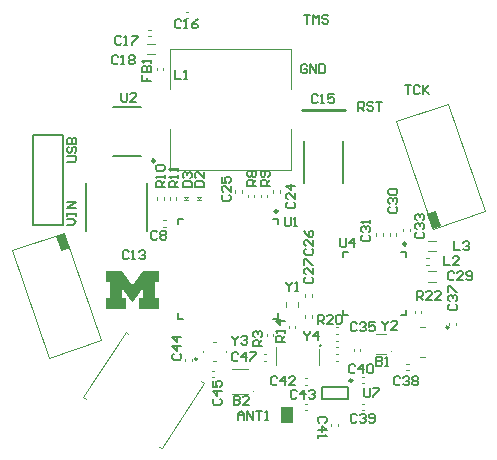
<source format=gto>
%FSLAX24Y24*%
%MOIN*%
G70*
G01*
G75*
G04 Layer_Color=65535*
%ADD10C,0.0080*%
%ADD11R,0.0650X0.1122*%
%ADD12R,0.0354X0.0118*%
G04:AMPARAMS|DCode=13|XSize=29.9mil|YSize=50mil|CornerRadius=0mil|HoleSize=0mil|Usage=FLASHONLY|Rotation=327.000|XOffset=0mil|YOffset=0mil|HoleType=Round|Shape=Rectangle|*
%AMROTATEDRECTD13*
4,1,4,-0.0262,-0.0128,0.0011,0.0291,0.0262,0.0128,-0.0011,-0.0291,-0.0262,-0.0128,0.0*
%
%ADD13ROTATEDRECTD13*%

%ADD14R,0.2598X0.2598*%
%ADD15O,0.0354X0.0098*%
%ADD16O,0.0098X0.0354*%
%ADD17O,0.0098X0.0335*%
%ADD18O,0.0335X0.0098*%
%ADD19R,0.1417X0.1417*%
G04:AMPARAMS|DCode=20|XSize=50mil|YSize=100mil|CornerRadius=0mil|HoleSize=0mil|Usage=FLASHONLY|Rotation=56.000|XOffset=0mil|YOffset=0mil|HoleType=Round|Shape=Rectangle|*
%AMROTATEDRECTD20*
4,1,4,0.0275,-0.0487,-0.0554,0.0072,-0.0275,0.0487,0.0554,-0.0072,0.0275,-0.0487,0.0*
%
%ADD20ROTATEDRECTD20*%

%ADD21R,0.0276X0.0079*%
%ADD22R,0.0157X0.0236*%
%ADD23R,0.0591X0.1024*%
%ADD24R,0.0236X0.0157*%
%ADD25R,0.0138X0.0217*%
%ADD26R,0.0335X0.0118*%
%ADD27R,0.0197X0.0315*%
%ADD28R,0.0551X0.0453*%
%ADD29R,0.0197X0.0354*%
%ADD30R,0.0394X0.0197*%
%ADD31R,0.0374X0.0335*%
%ADD32R,0.2126X0.0374*%
%ADD33R,0.1378X0.0768*%
%ADD34R,0.0984X0.1260*%
G04:AMPARAMS|DCode=35|XSize=28.7mil|YSize=135mil|CornerRadius=0mil|HoleSize=0mil|Usage=FLASHONLY|Rotation=108.600|XOffset=0mil|YOffset=0mil|HoleType=Round|Shape=Rectangle|*
%AMROTATEDRECTD35*
4,1,4,0.0686,0.0079,-0.0594,-0.0352,-0.0686,-0.0079,0.0594,0.0352,0.0686,0.0079,0.0*
%
%ADD35ROTATEDRECTD35*%

%ADD36C,0.0130*%
%ADD37C,0.0060*%
%ADD38C,0.0200*%
%ADD39C,0.0100*%
%ADD40C,0.0300*%
%ADD41C,0.0123*%
%ADD42C,0.0630*%
%ADD43R,0.0591X0.0591*%
%ADD44C,0.0591*%
%ADD45C,0.0217*%
%ADD46C,0.0315*%
%ADD47C,0.0200*%
%ADD48C,0.0400*%
%ADD49C,0.0300*%
%ADD50C,0.0220*%
%ADD51R,0.0354X0.0157*%
%ADD52O,0.0315X0.0098*%
%ADD53O,0.0098X0.0315*%
%ADD54R,0.1299X0.1299*%
G04:AMPARAMS|DCode=55|XSize=189mil|YSize=236.2mil|CornerRadius=0mil|HoleSize=0mil|Usage=FLASHONLY|Rotation=237.000|XOffset=0mil|YOffset=0mil|HoleType=Round|Shape=Rectangle|*
%AMROTATEDRECTD55*
4,1,4,-0.0476,0.1436,0.1505,0.0149,0.0476,-0.1436,-0.1505,-0.0149,-0.0476,0.1436,0.0*
%
%ADD55ROTATEDRECTD55*%

G04:AMPARAMS|DCode=56|XSize=15.7mil|YSize=31.5mil|CornerRadius=0mil|HoleSize=0mil|Usage=FLASHONLY|Rotation=237.000|XOffset=0mil|YOffset=0mil|HoleType=Round|Shape=Round|*
%AMOVALD56*
21,1,0.0157,0.0157,0.0000,0.0000,327.0*
1,1,0.0157,-0.0066,0.0043*
1,1,0.0157,0.0066,-0.0043*
%
%ADD56OVALD56*%

%ADD57R,0.1102X0.0492*%
%ADD58R,0.0157X0.0532*%
%ADD59R,0.0748X0.0630*%
%ADD60R,0.0630X0.0551*%
%ADD61R,0.0354X0.0197*%
%ADD62C,0.0150*%
%ADD63C,0.0098*%
%ADD64C,0.0039*%
%ADD65C,0.0079*%
%ADD66C,0.0050*%
%ADD67R,0.0433X0.0551*%
G04:AMPARAMS|DCode=68|XSize=54mil|YSize=31.5mil|CornerRadius=0mil|HoleSize=0mil|Usage=FLASHONLY|Rotation=108.600|XOffset=0mil|YOffset=0mil|HoleType=Round|Shape=Rectangle|*
%AMROTATEDRECTD68*
4,1,4,0.0236,-0.0205,-0.0063,-0.0306,-0.0236,0.0205,0.0063,0.0306,0.0236,-0.0205,0.0*
%
%ADD68ROTATEDRECTD68*%

G36*
X-2975Y-1695D02*
X-3113D01*
Y-2242D01*
X-2975D01*
Y-2605D01*
X-3654D01*
Y-2242D01*
X-3516D01*
Y-1914D01*
X-3859Y-2386D01*
X-3882D01*
X-4218Y-1914D01*
Y-2242D01*
X-4080D01*
Y-2605D01*
X-4760D01*
Y-2242D01*
X-4627D01*
Y-1695D01*
X-4760D01*
Y-1332D01*
X-4221D01*
X-3876Y-1810D01*
X-3859D01*
X-3513Y-1332D01*
X-2975D01*
Y-1695D01*
D02*
G37*
D39*
X2396Y-3826D02*
G03*
X2396Y-3826I-14J0D01*
G01*
X6655Y-3218D02*
G03*
X6655Y-3218I-28J0D01*
G01*
X-1711Y-4274D02*
G03*
X-1711Y-4274I-31J0D01*
G01*
X1791Y4032D02*
X3209D01*
D63*
X-3125Y2335D02*
G03*
X-3125Y2335I-49J0D01*
G01*
X972Y652D02*
G03*
X972Y652I-49J0D01*
G01*
X5255Y-432D02*
G03*
X5255Y-432I-49J0D01*
G01*
X3459Y-4985D02*
G03*
X3459Y-4985I-49J0D01*
G01*
D64*
X4777Y-4019D02*
G03*
X4777Y-4019I-20J0D01*
G01*
X156Y-5358D02*
G03*
X156Y-5358I-20J0D01*
G01*
X-5515Y-5552D02*
X-5425Y-5611D01*
X-2985Y-7196D02*
X-2896Y-7253D01*
X-1481Y-5074D01*
X-1569Y-5017D02*
X-1481Y-5074D01*
X-5515Y-5552D02*
X-4100Y-3373D01*
X-4009Y-3432D01*
X4241Y-3433D02*
X4596D01*
X4241Y-4102D02*
X4596D01*
X2902Y-3876D02*
X2981D01*
X2902Y-3660D02*
X2981D01*
X1879Y-5976D02*
X1958D01*
X1879Y-5760D02*
X1958D01*
X2977Y-6507D02*
Y-6428D01*
X2760Y-6507D02*
Y-6428D01*
X3779Y-5976D02*
X3858D01*
X3779Y-5760D02*
X3858D01*
X1879Y-4910D02*
X1958D01*
X1879Y-5126D02*
X1958D01*
X3779Y-5076D02*
X3858D01*
X3779Y-4860D02*
X3858D01*
X-538Y-4604D02*
X-26D01*
X-538Y-5431D02*
X-26D01*
X521Y-4328D02*
X599D01*
X521Y-4112D02*
X599D01*
X827Y-3507D02*
Y-3428D01*
X610Y-3507D02*
Y-3428D01*
X2339Y-4465D02*
Y-3924D01*
X901Y-4465D02*
Y-3875D01*
X2902Y-4326D02*
X2981D01*
X2902Y-4110D02*
X2981D01*
X5255Y-4647D02*
X5334D01*
X5255Y-4431D02*
X5334D01*
X5702Y-3208D02*
X5898D01*
X5702Y-4192D02*
X5898D01*
X6692Y-3139D02*
Y-3061D01*
X6908Y-3139D02*
Y-3061D01*
X5758Y-2739D02*
Y-2661D01*
X5542Y-2739D02*
Y-2661D01*
X5981Y-1350D02*
X6256D01*
X5981Y-1695D02*
X6256D01*
X5929Y-910D02*
X6008D01*
X5929Y-1126D02*
X6008D01*
X5981Y-685D02*
X6256D01*
X5981Y-341D02*
X6256D01*
X4260Y-157D02*
Y-78D01*
X4477Y-157D02*
Y-78D01*
X4710Y-157D02*
Y-78D01*
X4927Y-157D02*
Y-78D01*
X5160Y-7D02*
Y72D01*
X5377Y-7D02*
Y72D01*
X2108Y-2189D02*
Y-2111D01*
X1892Y-2189D02*
Y-2111D01*
X1253Y-2529D02*
Y-2371D01*
X1647Y-2529D02*
Y-2371D01*
X1892Y-2889D02*
Y-2811D01*
X2108Y-2889D02*
Y-2811D01*
X1560Y-3241D02*
Y-3162D01*
X1344Y-3241D02*
Y-3162D01*
X-1221Y-4660D02*
X-1142D01*
X-1221Y-4876D02*
X-1142D01*
X-2108Y-4339D02*
Y-4261D01*
X-1892Y-4339D02*
Y-4261D01*
X-1181Y-4333D02*
X-1082D01*
X-738Y-4028D02*
Y-4008D01*
X-1181Y-3703D02*
X-1082D01*
X-1525Y-4028D02*
Y-4008D01*
X-2822Y1041D02*
Y1119D01*
X-3038Y1041D02*
Y1119D01*
X-2402Y1041D02*
Y1119D01*
X-2618Y1041D02*
Y1119D01*
X-2159Y1031D02*
X-2021D01*
X-2090Y1060D02*
X-2021Y1129D01*
X-2159D02*
X-2090Y1060D01*
X-2159Y1129D02*
X-2021D01*
X-1729Y1031D02*
X-1591D01*
X-1660Y1060D02*
X-1591Y1129D01*
X-1729D02*
X-1660Y1060D01*
X-1729Y1129D02*
X-1591D01*
X-2839Y142D02*
X-2761D01*
X-2839Y358D02*
X-2761D01*
X-438Y1271D02*
Y1349D01*
X-222Y1271D02*
Y1349D01*
X188Y1131D02*
Y1209D01*
X-28Y1131D02*
Y1209D01*
X628Y1131D02*
Y1209D01*
X412Y1131D02*
Y1209D01*
X822Y1271D02*
Y1349D01*
X1038Y1271D02*
Y1349D01*
X-2842Y5361D02*
Y5439D01*
X-3058Y5361D02*
Y5439D01*
X-3388Y5883D02*
X-3112D01*
X-3388Y6227D02*
X-3112D01*
X-3339Y6492D02*
X-3261D01*
X-3339Y6708D02*
X-3261D01*
X1408Y2042D02*
Y3381D01*
X-2608Y2042D02*
X1408D01*
X-2608D02*
Y3381D01*
Y4719D02*
Y6058D01*
X1408D01*
Y4719D02*
Y6058D01*
X-2089Y7308D02*
X-2011D01*
X-2089Y7092D02*
X-2011D01*
X2902Y-3210D02*
X2981D01*
X2902Y-3426D02*
X2981D01*
X3727Y-4007D02*
Y-3928D01*
X3510Y-4007D02*
Y-3928D01*
X4930Y3649D02*
X6135Y67D01*
X4930Y3649D02*
X6665Y4233D01*
X7870Y651D01*
X6135Y67D02*
X7870Y651D01*
X-7870Y-651D02*
X-6135Y-67D01*
X-7870Y-651D02*
X-6665Y-4233D01*
X-4930Y-3649D01*
X-6135Y-67D02*
X-4930Y-3649D01*
D65*
X-4503Y4117D02*
X-3597D01*
X-4503Y2483D02*
X-3597D01*
X-2345Y218D02*
Y396D01*
X-2168D01*
X-2345Y-2931D02*
Y-2754D01*
Y-2931D02*
X-2168D01*
X805D02*
X982D01*
Y-2754D01*
Y218D02*
Y396D01*
X805D02*
X982D01*
X5097Y-688D02*
X5264D01*
Y-855D02*
Y-688D01*
Y-2814D02*
Y-2647D01*
X5097Y-2814D02*
X5264D01*
X3138D02*
X3306D01*
X3138D02*
Y-2647D01*
Y-688D02*
X3306D01*
X3138Y-855D02*
Y-688D01*
X3301Y-5615D02*
Y-5221D01*
X2435Y-5615D02*
Y-5221D01*
X3301D01*
X2435Y-5615D02*
X3301D01*
X-5424Y-7D02*
Y1607D01*
X-3376Y-7D02*
Y1607D01*
X1850Y1591D02*
Y3009D01*
X3150Y1591D02*
Y3009D01*
D66*
X-6200Y200D02*
Y3200D01*
X-7200Y200D02*
Y3200D01*
X-6200D01*
X-7200Y200D02*
X-6200D01*
X4250Y-4200D02*
Y-4500D01*
X4400D01*
X4450Y-4450D01*
Y-4400D01*
X4400Y-4350D01*
X4250D01*
X4400D01*
X4450Y-4300D01*
Y-4250D01*
X4400Y-4200D01*
X4250D01*
X4550Y-4500D02*
X4650D01*
X4600D01*
Y-4200D01*
X4550Y-4250D01*
X-3050Y-50D02*
X-3100Y-0D01*
X-3200D01*
X-3250Y-50D01*
Y-250D01*
X-3200Y-300D01*
X-3100D01*
X-3050Y-250D01*
X-2950Y-50D02*
X-2900Y-0D01*
X-2800D01*
X-2750Y-50D01*
Y-100D01*
X-2800Y-150D01*
X-2750Y-200D01*
Y-250D01*
X-2800Y-300D01*
X-2900D01*
X-2950Y-250D01*
Y-200D01*
X-2900Y-150D01*
X-2950Y-100D01*
Y-50D01*
X-2900Y-150D02*
X-2800D01*
X-4000Y-700D02*
X-4050Y-650D01*
X-4150D01*
X-4200Y-700D01*
Y-900D01*
X-4150Y-950D01*
X-4050D01*
X-4000Y-900D01*
X-3900Y-950D02*
X-3800D01*
X-3850D01*
Y-650D01*
X-3900Y-700D01*
X-3650D02*
X-3600Y-650D01*
X-3500D01*
X-3450Y-700D01*
Y-750D01*
X-3500Y-800D01*
X-3550D01*
X-3500D01*
X-3450Y-850D01*
Y-900D01*
X-3500Y-950D01*
X-3600D01*
X-3650Y-900D01*
X2300Y4500D02*
X2250Y4550D01*
X2150D01*
X2100Y4500D01*
Y4300D01*
X2150Y4250D01*
X2250D01*
X2300Y4300D01*
X2400Y4250D02*
X2500D01*
X2450D01*
Y4550D01*
X2400Y4500D01*
X2850Y4550D02*
X2650D01*
Y4400D01*
X2750Y4450D01*
X2800D01*
X2850Y4400D01*
Y4300D01*
X2800Y4250D01*
X2700D01*
X2650Y4300D01*
X-2250Y7000D02*
X-2300Y7050D01*
X-2400D01*
X-2450Y7000D01*
Y6800D01*
X-2400Y6750D01*
X-2300D01*
X-2250Y6800D01*
X-2150Y6750D02*
X-2050D01*
X-2100D01*
Y7050D01*
X-2150Y7000D01*
X-1700Y7050D02*
X-1800Y7000D01*
X-1900Y6900D01*
Y6800D01*
X-1850Y6750D01*
X-1750D01*
X-1700Y6800D01*
Y6850D01*
X-1750Y6900D01*
X-1900D01*
X-4250Y6450D02*
X-4300Y6500D01*
X-4400D01*
X-4450Y6450D01*
Y6250D01*
X-4400Y6200D01*
X-4300D01*
X-4250Y6250D01*
X-4150Y6200D02*
X-4050D01*
X-4100D01*
Y6500D01*
X-4150Y6450D01*
X-3900Y6500D02*
X-3700D01*
Y6450D01*
X-3900Y6250D01*
Y6200D01*
X-4350Y5800D02*
X-4400Y5850D01*
X-4500D01*
X-4550Y5800D01*
Y5600D01*
X-4500Y5550D01*
X-4400D01*
X-4350Y5600D01*
X-4250Y5550D02*
X-4150D01*
X-4200D01*
Y5850D01*
X-4250Y5800D01*
X-4000D02*
X-3950Y5850D01*
X-3850D01*
X-3800Y5800D01*
Y5750D01*
X-3850Y5700D01*
X-3800Y5650D01*
Y5600D01*
X-3850Y5550D01*
X-3950D01*
X-4000Y5600D01*
Y5650D01*
X-3950Y5700D01*
X-4000Y5750D01*
Y5800D01*
X-3950Y5700D02*
X-3850D01*
X1300Y950D02*
X1250Y900D01*
Y800D01*
X1300Y750D01*
X1500D01*
X1550Y800D01*
Y900D01*
X1500Y950D01*
X1550Y1250D02*
Y1050D01*
X1350Y1250D01*
X1300D01*
X1250Y1200D01*
Y1100D01*
X1300Y1050D01*
X1550Y1500D02*
X1250D01*
X1400Y1350D01*
Y1550D01*
X-850Y1200D02*
X-900Y1150D01*
Y1050D01*
X-850Y1000D01*
X-650D01*
X-600Y1050D01*
Y1150D01*
X-650Y1200D01*
X-600Y1500D02*
Y1300D01*
X-800Y1500D01*
X-850D01*
X-900Y1450D01*
Y1350D01*
X-850Y1300D01*
X-900Y1800D02*
Y1600D01*
X-750D01*
X-800Y1700D01*
Y1750D01*
X-750Y1800D01*
X-650D01*
X-600Y1750D01*
Y1650D01*
X-650Y1600D01*
X1900Y-600D02*
X1850Y-650D01*
Y-750D01*
X1900Y-800D01*
X2100D01*
X2150Y-750D01*
Y-650D01*
X2100Y-600D01*
X2150Y-300D02*
Y-500D01*
X1950Y-300D01*
X1900D01*
X1850Y-350D01*
Y-450D01*
X1900Y-500D01*
X1850Y-0D02*
X1900Y-100D01*
X2000Y-200D01*
X2100D01*
X2150Y-150D01*
Y-50D01*
X2100Y-0D01*
X2050D01*
X2000Y-50D01*
Y-200D01*
X1900Y-1550D02*
X1850Y-1600D01*
Y-1700D01*
X1900Y-1750D01*
X2100D01*
X2150Y-1700D01*
Y-1600D01*
X2100Y-1550D01*
X2150Y-1250D02*
Y-1450D01*
X1950Y-1250D01*
X1900D01*
X1850Y-1300D01*
Y-1400D01*
X1900Y-1450D01*
X1850Y-1150D02*
Y-950D01*
X1900D01*
X2100Y-1150D01*
X2150D01*
X6850Y-1400D02*
X6800Y-1350D01*
X6700D01*
X6650Y-1400D01*
Y-1600D01*
X6700Y-1650D01*
X6800D01*
X6850Y-1600D01*
X7150Y-1650D02*
X6950D01*
X7150Y-1450D01*
Y-1400D01*
X7100Y-1350D01*
X7000D01*
X6950Y-1400D01*
X7250Y-1600D02*
X7300Y-1650D01*
X7400D01*
X7450Y-1600D01*
Y-1400D01*
X7400Y-1350D01*
X7300D01*
X7250Y-1400D01*
Y-1450D01*
X7300Y-1500D01*
X7450D01*
X4700Y800D02*
X4650Y750D01*
Y650D01*
X4700Y600D01*
X4900D01*
X4950Y650D01*
Y750D01*
X4900Y800D01*
X4700Y900D02*
X4650Y950D01*
Y1050D01*
X4700Y1100D01*
X4750D01*
X4800Y1050D01*
Y1000D01*
Y1050D01*
X4850Y1100D01*
X4900D01*
X4950Y1050D01*
Y950D01*
X4900Y900D01*
X4700Y1200D02*
X4650Y1250D01*
Y1350D01*
X4700Y1400D01*
X4900D01*
X4950Y1350D01*
Y1250D01*
X4900Y1200D01*
X4700D01*
X3800Y-150D02*
X3750Y-200D01*
Y-300D01*
X3800Y-350D01*
X4000D01*
X4050Y-300D01*
Y-200D01*
X4000Y-150D01*
X3800Y-50D02*
X3750Y-0D01*
Y100D01*
X3800Y150D01*
X3850D01*
X3900Y100D01*
Y50D01*
Y100D01*
X3950Y150D01*
X4000D01*
X4050Y100D01*
Y-0D01*
X4000Y-50D01*
X4050Y250D02*
Y350D01*
Y300D01*
X3750D01*
X3800Y250D01*
X5600Y-50D02*
X5550Y-100D01*
Y-200D01*
X5600Y-250D01*
X5800D01*
X5850Y-200D01*
Y-100D01*
X5800Y-50D01*
X5600Y50D02*
X5550Y100D01*
Y200D01*
X5600Y250D01*
X5650D01*
X5700Y200D01*
Y150D01*
Y200D01*
X5750Y250D01*
X5800D01*
X5850Y200D01*
Y100D01*
X5800Y50D01*
X5600Y350D02*
X5550Y400D01*
Y500D01*
X5600Y550D01*
X5650D01*
X5700Y500D01*
Y450D01*
Y500D01*
X5750Y550D01*
X5800D01*
X5850Y500D01*
Y400D01*
X5800Y350D01*
X3600Y-3100D02*
X3550Y-3050D01*
X3450D01*
X3400Y-3100D01*
Y-3300D01*
X3450Y-3350D01*
X3550D01*
X3600Y-3300D01*
X3700Y-3100D02*
X3750Y-3050D01*
X3850D01*
X3900Y-3100D01*
Y-3150D01*
X3850Y-3200D01*
X3800D01*
X3850D01*
X3900Y-3250D01*
Y-3300D01*
X3850Y-3350D01*
X3750D01*
X3700Y-3300D01*
X4200Y-3050D02*
X4000D01*
Y-3200D01*
X4100Y-3150D01*
X4150D01*
X4200Y-3200D01*
Y-3300D01*
X4150Y-3350D01*
X4050D01*
X4000Y-3300D01*
X6700Y-2450D02*
X6650Y-2500D01*
Y-2600D01*
X6700Y-2650D01*
X6900D01*
X6950Y-2600D01*
Y-2500D01*
X6900Y-2450D01*
X6700Y-2350D02*
X6650Y-2300D01*
Y-2200D01*
X6700Y-2150D01*
X6750D01*
X6800Y-2200D01*
Y-2250D01*
Y-2200D01*
X6850Y-2150D01*
X6900D01*
X6950Y-2200D01*
Y-2300D01*
X6900Y-2350D01*
X6650Y-2050D02*
Y-1850D01*
X6700D01*
X6900Y-2050D01*
X6950D01*
X5050Y-4900D02*
X5000Y-4850D01*
X4900D01*
X4850Y-4900D01*
Y-5100D01*
X4900Y-5150D01*
X5000D01*
X5050Y-5100D01*
X5150Y-4900D02*
X5200Y-4850D01*
X5300D01*
X5350Y-4900D01*
Y-4950D01*
X5300Y-5000D01*
X5250D01*
X5300D01*
X5350Y-5050D01*
Y-5100D01*
X5300Y-5150D01*
X5200D01*
X5150Y-5100D01*
X5450Y-4900D02*
X5500Y-4850D01*
X5600D01*
X5650Y-4900D01*
Y-4950D01*
X5600Y-5000D01*
X5650Y-5050D01*
Y-5100D01*
X5600Y-5150D01*
X5500D01*
X5450Y-5100D01*
Y-5050D01*
X5500Y-5000D01*
X5450Y-4950D01*
Y-4900D01*
X5500Y-5000D02*
X5600D01*
X3600Y-6150D02*
X3550Y-6100D01*
X3450D01*
X3400Y-6150D01*
Y-6350D01*
X3450Y-6400D01*
X3550D01*
X3600Y-6350D01*
X3700Y-6150D02*
X3750Y-6100D01*
X3850D01*
X3900Y-6150D01*
Y-6200D01*
X3850Y-6250D01*
X3800D01*
X3850D01*
X3900Y-6300D01*
Y-6350D01*
X3850Y-6400D01*
X3750D01*
X3700Y-6350D01*
X4000D02*
X4050Y-6400D01*
X4150D01*
X4200Y-6350D01*
Y-6150D01*
X4150Y-6100D01*
X4050D01*
X4000Y-6150D01*
Y-6200D01*
X4050Y-6250D01*
X4200D01*
X3550Y-4500D02*
X3500Y-4450D01*
X3400D01*
X3350Y-4500D01*
Y-4700D01*
X3400Y-4750D01*
X3500D01*
X3550Y-4700D01*
X3800Y-4750D02*
Y-4450D01*
X3650Y-4600D01*
X3850D01*
X3950Y-4500D02*
X4000Y-4450D01*
X4100D01*
X4150Y-4500D01*
Y-4700D01*
X4100Y-4750D01*
X4000D01*
X3950Y-4700D01*
Y-4500D01*
X2550Y-6400D02*
X2600Y-6350D01*
Y-6250D01*
X2550Y-6200D01*
X2350D01*
X2300Y-6250D01*
Y-6350D01*
X2350Y-6400D01*
X2300Y-6650D02*
X2600D01*
X2450Y-6500D01*
Y-6700D01*
X2300Y-6800D02*
Y-6900D01*
Y-6850D01*
X2600D01*
X2550Y-6800D01*
X950Y-4900D02*
X900Y-4850D01*
X800D01*
X750Y-4900D01*
Y-5100D01*
X800Y-5150D01*
X900D01*
X950Y-5100D01*
X1200Y-5150D02*
Y-4850D01*
X1050Y-5000D01*
X1250D01*
X1550Y-5150D02*
X1350D01*
X1550Y-4950D01*
Y-4900D01*
X1500Y-4850D01*
X1400D01*
X1350Y-4900D01*
X1600Y-5350D02*
X1550Y-5300D01*
X1450D01*
X1400Y-5350D01*
Y-5550D01*
X1450Y-5600D01*
X1550D01*
X1600Y-5550D01*
X1850Y-5600D02*
Y-5300D01*
X1700Y-5450D01*
X1900D01*
X2000Y-5350D02*
X2050Y-5300D01*
X2150D01*
X2200Y-5350D01*
Y-5400D01*
X2150Y-5450D01*
X2100D01*
X2150D01*
X2200Y-5500D01*
Y-5550D01*
X2150Y-5600D01*
X2050D01*
X2000Y-5550D01*
X-2500Y-4100D02*
X-2550Y-4150D01*
Y-4250D01*
X-2500Y-4300D01*
X-2300D01*
X-2250Y-4250D01*
Y-4150D01*
X-2300Y-4100D01*
X-2250Y-3850D02*
X-2550D01*
X-2400Y-4000D01*
Y-3800D01*
X-2250Y-3550D02*
X-2550D01*
X-2400Y-3700D01*
Y-3500D01*
X-1150Y-5600D02*
X-1200Y-5650D01*
Y-5750D01*
X-1150Y-5800D01*
X-950D01*
X-900Y-5750D01*
Y-5650D01*
X-950Y-5600D01*
X-900Y-5350D02*
X-1200D01*
X-1050Y-5500D01*
Y-5300D01*
X-1200Y-5000D02*
Y-5200D01*
X-1050D01*
X-1100Y-5100D01*
Y-5050D01*
X-1050Y-5000D01*
X-950D01*
X-900Y-5050D01*
Y-5150D01*
X-950Y-5200D01*
X-350Y-4100D02*
X-400Y-4050D01*
X-500D01*
X-550Y-4100D01*
Y-4300D01*
X-500Y-4350D01*
X-400D01*
X-350Y-4300D01*
X-100Y-4350D02*
Y-4050D01*
X-250Y-4200D01*
X-50D01*
X50Y-4050D02*
X250D01*
Y-4100D01*
X50Y-4300D01*
Y-4350D01*
X-1800Y1450D02*
X-1500D01*
Y1600D01*
X-1550Y1650D01*
X-1750D01*
X-1800Y1600D01*
Y1450D01*
X-1500Y1950D02*
Y1750D01*
X-1700Y1950D01*
X-1750D01*
X-1800Y1900D01*
Y1800D01*
X-1750Y1750D01*
X-2200Y1450D02*
X-1900D01*
Y1600D01*
X-1950Y1650D01*
X-2150D01*
X-2200Y1600D01*
Y1450D01*
X-2150Y1750D02*
X-2200Y1800D01*
Y1900D01*
X-2150Y1950D01*
X-2100D01*
X-2050Y1900D01*
Y1850D01*
Y1900D01*
X-2000Y1950D01*
X-1950D01*
X-1900Y1900D01*
Y1800D01*
X-1950Y1750D01*
X-3550Y5200D02*
Y5000D01*
X-3400D01*
Y5100D01*
Y5000D01*
X-3250D01*
X-3550Y5300D02*
X-3250D01*
Y5450D01*
X-3300Y5500D01*
X-3350D01*
X-3400Y5450D01*
Y5300D01*
Y5450D01*
X-3450Y5500D01*
X-3500D01*
X-3550Y5450D01*
Y5300D01*
X-3250Y5600D02*
Y5700D01*
Y5650D01*
X-3550D01*
X-3500Y5600D01*
X-2450Y5350D02*
Y5050D01*
X-2250D01*
X-2150D02*
X-2050D01*
X-2100D01*
Y5350D01*
X-2150Y5300D01*
X6500Y-850D02*
Y-1150D01*
X6700D01*
X7000D02*
X6800D01*
X7000Y-950D01*
Y-900D01*
X6950Y-850D01*
X6850D01*
X6800Y-900D01*
X6850Y-350D02*
Y-650D01*
X7050D01*
X7150Y-400D02*
X7200Y-350D01*
X7300D01*
X7350Y-400D01*
Y-450D01*
X7300Y-500D01*
X7250D01*
X7300D01*
X7350Y-550D01*
Y-600D01*
X7300Y-650D01*
X7200D01*
X7150Y-600D01*
X450Y-3850D02*
X150D01*
Y-3700D01*
X200Y-3650D01*
X300D01*
X350Y-3700D01*
Y-3850D01*
Y-3750D02*
X450Y-3650D01*
X200Y-3550D02*
X150Y-3500D01*
Y-3400D01*
X200Y-3350D01*
X250D01*
X300Y-3400D01*
Y-3450D01*
Y-3400D01*
X350Y-3350D01*
X400D01*
X450Y-3400D01*
Y-3500D01*
X400Y-3550D01*
X250Y1500D02*
X-50D01*
Y1650D01*
X0Y1700D01*
X100D01*
X150Y1650D01*
Y1500D01*
Y1600D02*
X250Y1700D01*
X0Y1800D02*
X-50Y1850D01*
Y1950D01*
X0Y2000D01*
X50D01*
X100Y1950D01*
X150Y2000D01*
X200D01*
X250Y1950D01*
Y1850D01*
X200Y1800D01*
X150D01*
X100Y1850D01*
X50Y1800D01*
X0D01*
X100Y1850D02*
Y1950D01*
X700Y1500D02*
X400D01*
Y1650D01*
X450Y1700D01*
X550D01*
X600Y1650D01*
Y1500D01*
Y1600D02*
X700Y1700D01*
X650Y1800D02*
X700Y1850D01*
Y1950D01*
X650Y2000D01*
X450D01*
X400Y1950D01*
Y1850D01*
X450Y1800D01*
X500D01*
X550Y1850D01*
Y2000D01*
X-2800Y1450D02*
X-3100D01*
Y1600D01*
X-3050Y1650D01*
X-2950D01*
X-2900Y1600D01*
Y1450D01*
Y1550D02*
X-2800Y1650D01*
Y1750D02*
Y1850D01*
Y1800D01*
X-3100D01*
X-3050Y1750D01*
Y2000D02*
X-3100Y2050D01*
Y2150D01*
X-3050Y2200D01*
X-2850D01*
X-2800Y2150D01*
Y2050D01*
X-2850Y2000D01*
X-3050D01*
X-2350Y1450D02*
X-2650D01*
Y1600D01*
X-2600Y1650D01*
X-2500D01*
X-2450Y1600D01*
Y1450D01*
Y1550D02*
X-2350Y1650D01*
Y1750D02*
Y1850D01*
Y1800D01*
X-2650D01*
X-2600Y1750D01*
X-2350Y2000D02*
Y2100D01*
Y2050D01*
X-2650D01*
X-2600Y2000D01*
X1200Y-3700D02*
X900D01*
Y-3550D01*
X950Y-3500D01*
X1050D01*
X1100Y-3550D01*
Y-3700D01*
Y-3600D02*
X1200Y-3500D01*
Y-3400D02*
Y-3300D01*
Y-3350D01*
X900D01*
X950Y-3400D01*
X1200Y-3000D02*
X900D01*
X1050Y-3150D01*
Y-2950D01*
X2300Y-3100D02*
Y-2800D01*
X2450D01*
X2500Y-2850D01*
Y-2950D01*
X2450Y-3000D01*
X2300D01*
X2400D02*
X2500Y-3100D01*
X2800D02*
X2600D01*
X2800Y-2900D01*
Y-2850D01*
X2750Y-2800D01*
X2650D01*
X2600Y-2850D01*
X2900D02*
X2950Y-2800D01*
X3050D01*
X3100Y-2850D01*
Y-3050D01*
X3050Y-3100D01*
X2950D01*
X2900Y-3050D01*
Y-2850D01*
X5600Y-2300D02*
Y-2000D01*
X5750D01*
X5800Y-2050D01*
Y-2150D01*
X5750Y-2200D01*
X5600D01*
X5700D02*
X5800Y-2300D01*
X6100D02*
X5900D01*
X6100Y-2100D01*
Y-2050D01*
X6050Y-2000D01*
X5950D01*
X5900Y-2050D01*
X6400Y-2300D02*
X6200D01*
X6400Y-2100D01*
Y-2050D01*
X6350Y-2000D01*
X6250D01*
X6200Y-2050D01*
X3850Y-5250D02*
Y-5500D01*
X3900Y-5550D01*
X4000D01*
X4050Y-5500D01*
Y-5250D01*
X4150D02*
X4350D01*
Y-5300D01*
X4150Y-5500D01*
Y-5550D01*
X1200Y450D02*
Y200D01*
X1250Y150D01*
X1350D01*
X1400Y200D01*
Y450D01*
X1500Y150D02*
X1600D01*
X1550D01*
Y450D01*
X1500Y400D01*
X-4250Y4600D02*
Y4350D01*
X-4200Y4300D01*
X-4100D01*
X-4050Y4350D01*
Y4600D01*
X-3750Y4300D02*
X-3950D01*
X-3750Y4500D01*
Y4550D01*
X-3800Y4600D01*
X-3900D01*
X-3950Y4550D01*
X3050Y-250D02*
Y-500D01*
X3100Y-550D01*
X3200D01*
X3250Y-500D01*
Y-250D01*
X3500Y-550D02*
Y-250D01*
X3350Y-400D01*
X3550D01*
X1250Y-1700D02*
Y-1750D01*
X1350Y-1850D01*
X1450Y-1750D01*
Y-1700D01*
X1350Y-1850D02*
Y-2000D01*
X1550D02*
X1650D01*
X1600D01*
Y-1700D01*
X1550Y-1750D01*
X4450Y-3000D02*
Y-3050D01*
X4550Y-3150D01*
X4650Y-3050D01*
Y-3000D01*
X4550Y-3150D02*
Y-3300D01*
X4950D02*
X4750D01*
X4950Y-3100D01*
Y-3050D01*
X4900Y-3000D01*
X4800D01*
X4750Y-3050D01*
X-550Y-3500D02*
Y-3550D01*
X-450Y-3650D01*
X-350Y-3550D01*
Y-3500D01*
X-450Y-3650D02*
Y-3800D01*
X-250Y-3550D02*
X-200Y-3500D01*
X-100D01*
X-50Y-3550D01*
Y-3600D01*
X-100Y-3650D01*
X-150D01*
X-100D01*
X-50Y-3700D01*
Y-3750D01*
X-100Y-3800D01*
X-200D01*
X-250Y-3750D01*
X1850Y-3350D02*
Y-3400D01*
X1950Y-3500D01*
X2050Y-3400D01*
Y-3350D01*
X1950Y-3500D02*
Y-3650D01*
X2300D02*
Y-3350D01*
X2150Y-3500D01*
X2350D01*
X-500Y-5500D02*
Y-5800D01*
X-350D01*
X-300Y-5750D01*
Y-5700D01*
X-350Y-5650D01*
X-500D01*
X-350D01*
X-300Y-5600D01*
Y-5550D01*
X-350Y-5500D01*
X-500D01*
X-0Y-5800D02*
X-200D01*
X-0Y-5600D01*
Y-5550D01*
X-50Y-5500D01*
X-150D01*
X-200Y-5550D01*
X-350Y-6300D02*
Y-6100D01*
X-250Y-6000D01*
X-150Y-6100D01*
Y-6300D01*
Y-6150D01*
X-350D01*
X-50Y-6300D02*
Y-6000D01*
X150Y-6300D01*
Y-6000D01*
X250D02*
X450D01*
X350D01*
Y-6300D01*
X550D02*
X650D01*
X600D01*
Y-6000D01*
X550Y-6050D01*
X1950Y5500D02*
X1900Y5550D01*
X1800D01*
X1750Y5500D01*
Y5300D01*
X1800Y5250D01*
X1900D01*
X1950Y5300D01*
Y5400D01*
X1850D01*
X2050Y5250D02*
Y5550D01*
X2250Y5250D01*
Y5550D01*
X2350D02*
Y5250D01*
X2500D01*
X2550Y5300D01*
Y5500D01*
X2500Y5550D01*
X2350D01*
X3650Y4000D02*
Y4300D01*
X3800D01*
X3850Y4250D01*
Y4150D01*
X3800Y4100D01*
X3650D01*
X3750D02*
X3850Y4000D01*
X4150Y4250D02*
X4100Y4300D01*
X4000D01*
X3950Y4250D01*
Y4200D01*
X4000Y4150D01*
X4100D01*
X4150Y4100D01*
Y4050D01*
X4100Y4000D01*
X4000D01*
X3950Y4050D01*
X4250Y4300D02*
X4450D01*
X4350D01*
Y4000D01*
X5200Y4850D02*
X5400D01*
X5300D01*
Y4550D01*
X5700Y4800D02*
X5650Y4850D01*
X5550D01*
X5500Y4800D01*
Y4600D01*
X5550Y4550D01*
X5650D01*
X5700Y4600D01*
X5800Y4850D02*
Y4550D01*
Y4650D01*
X6000Y4850D01*
X5850Y4700D01*
X6000Y4550D01*
X1850Y7200D02*
X2050D01*
X1950D01*
Y6900D01*
X2150D02*
Y7200D01*
X2250Y7100D01*
X2350Y7200D01*
Y6900D01*
X2650Y7150D02*
X2600Y7200D01*
X2500D01*
X2450Y7150D01*
Y7100D01*
X2500Y7050D01*
X2600D01*
X2650Y7000D01*
Y6950D01*
X2600Y6900D01*
X2500D01*
X2450Y6950D01*
X-6050Y2300D02*
X-5800D01*
X-5750Y2350D01*
Y2450D01*
X-5800Y2500D01*
X-6050D01*
X-6000Y2800D02*
X-6050Y2750D01*
Y2650D01*
X-6000Y2600D01*
X-5950D01*
X-5900Y2650D01*
Y2750D01*
X-5850Y2800D01*
X-5800D01*
X-5750Y2750D01*
Y2650D01*
X-5800Y2600D01*
X-6050Y2900D02*
X-5750D01*
Y3050D01*
X-5800Y3100D01*
X-5850D01*
X-5900Y3050D01*
Y2900D01*
Y3050D01*
X-5950Y3100D01*
X-6000D01*
X-6050Y3050D01*
Y2900D01*
Y200D02*
X-5850D01*
X-5750Y300D01*
X-5850Y400D01*
X-6050D01*
Y500D02*
Y600D01*
Y550D01*
X-5750D01*
Y500D01*
Y600D01*
Y750D02*
X-6050D01*
X-5750Y950D01*
X-6050D01*
D67*
X1266Y-6135D02*
D03*
D68*
X6199Y373D02*
D03*
X-6199Y-373D02*
D03*
M02*

</source>
